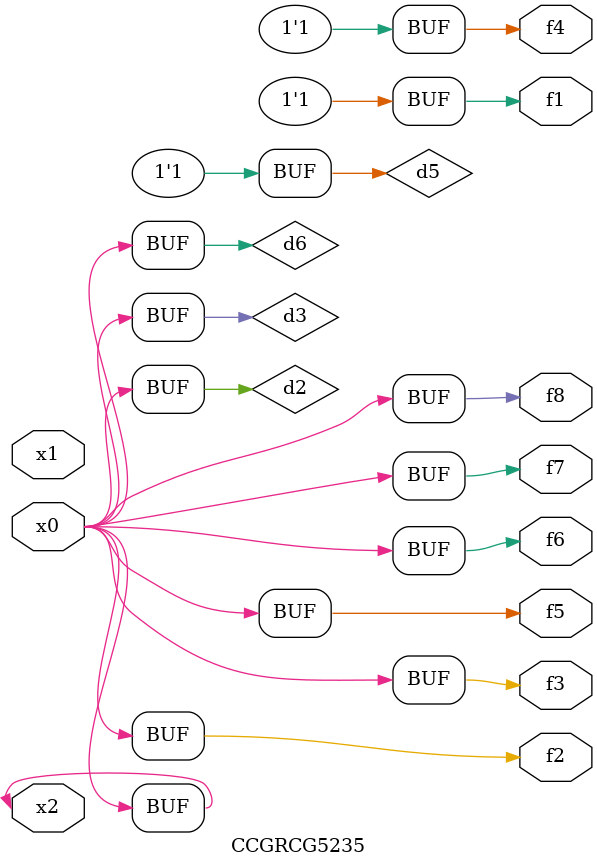
<source format=v>
module CCGRCG5235(
	input x0, x1, x2,
	output f1, f2, f3, f4, f5, f6, f7, f8
);

	wire d1, d2, d3, d4, d5, d6;

	xnor (d1, x2);
	buf (d2, x0, x2);
	and (d3, x0);
	xnor (d4, x1, x2);
	nand (d5, d1, d3);
	buf (d6, d2, d3);
	assign f1 = d5;
	assign f2 = d6;
	assign f3 = d6;
	assign f4 = d5;
	assign f5 = d6;
	assign f6 = d6;
	assign f7 = d6;
	assign f8 = d6;
endmodule

</source>
